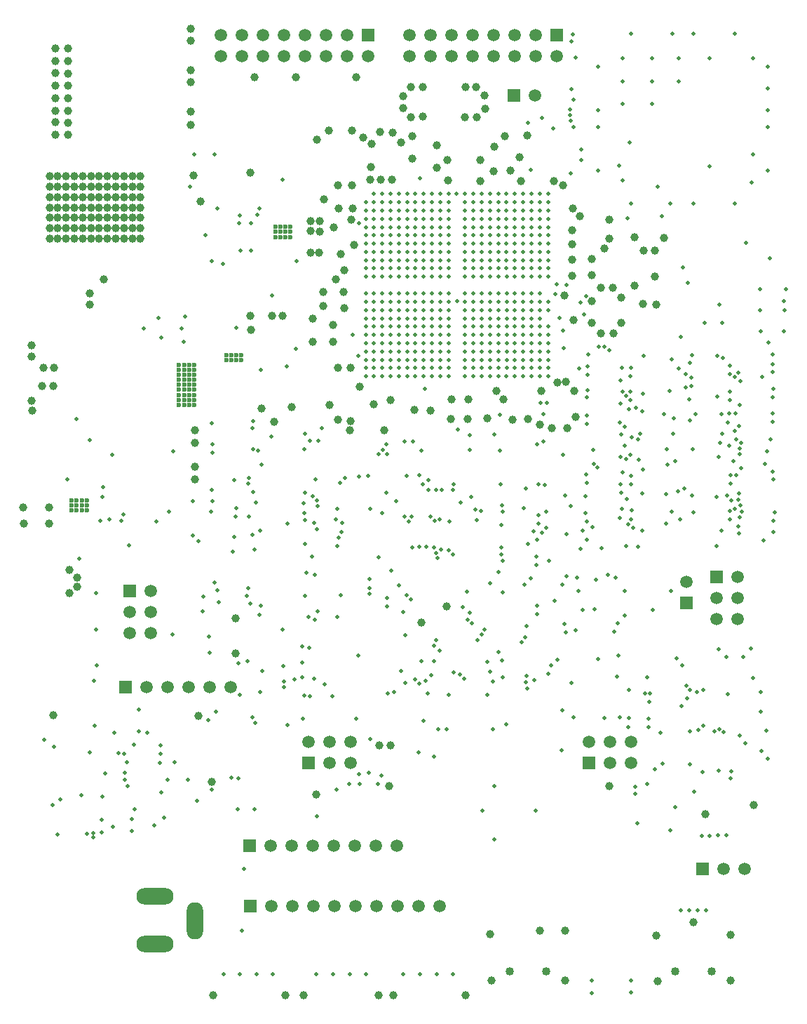
<source format=gbr>
G04 #@! TF.GenerationSoftware,KiCad,Pcbnew,5.0.0-rc2-dev-unknown-9f5316e~63~ubuntu17.10.1*
G04 #@! TF.CreationDate,2018-04-23T17:13:08+02:00*
G04 #@! TF.ProjectId,Cryptech Alpha,437279707465636820416C7068612E6B,rev?*
G04 #@! TF.SameCoordinates,Original*
G04 #@! TF.FileFunction,Copper,L5,Inr,Plane*
G04 #@! TF.FilePolarity,Positive*
%FSLAX46Y46*%
G04 Gerber Fmt 4.6, Leading zero omitted, Abs format (unit mm)*
G04 Created by KiCad (PCBNEW 5.0.0-rc2-dev-unknown-9f5316e~63~ubuntu17.10.1) date Mon Apr 23 17:13:08 2018*
%MOMM*%
%LPD*%
G01*
G04 APERTURE LIST*
%ADD10C,1.500000*%
%ADD11R,1.500000X1.500000*%
%ADD12C,1.016000*%
%ADD13O,2.000000X4.500000*%
%ADD14O,4.500000X2.000000*%
%ADD15C,0.500000*%
%ADD16C,1.000000*%
%ADD17C,0.600000*%
G04 APERTURE END LIST*
D10*
X36580000Y-6000000D03*
X54360000Y-6000000D03*
X51820000Y-6000000D03*
X49280000Y-6000000D03*
X46740000Y-6000000D03*
X44200000Y-6000000D03*
X41660000Y-6000000D03*
X39120000Y-6000000D03*
X34040000Y-6000000D03*
D11*
X31500000Y-6000000D03*
X84160740Y30530000D03*
D10*
X84160740Y33070000D03*
D12*
X67209800Y-13884000D03*
X62800000Y-13884000D03*
X82800000Y-13884000D03*
X87209800Y-13884000D03*
D10*
X29133790Y20421600D03*
X26593790Y20421600D03*
X24053790Y20421600D03*
X21513790Y20421600D03*
X18973790Y20421600D03*
D11*
X16433790Y20421600D03*
X38506390Y11252200D03*
D10*
X38506390Y13792200D03*
X41046390Y11252200D03*
X41046390Y13792200D03*
X43586390Y11252200D03*
X43586390Y13792200D03*
X77444590Y13792200D03*
X77444590Y11252200D03*
X74904590Y13792200D03*
X74904590Y11252200D03*
X72364590Y13792200D03*
D11*
X72364590Y11252200D03*
D13*
X24800000Y-7800000D03*
D14*
X20000000Y-10600000D03*
X20000000Y-4800000D03*
D10*
X65916800Y91744800D03*
D11*
X63376800Y91744800D03*
X87847000Y33705800D03*
D10*
X90387000Y33705800D03*
X87847000Y31165800D03*
X90387000Y31165800D03*
X87847000Y28625800D03*
X90387000Y28625800D03*
X91219330Y-1500000D03*
X88679330Y-1500000D03*
D11*
X86139330Y-1500000D03*
X16980000Y32015000D03*
D10*
X19520000Y32015000D03*
X16980000Y29475000D03*
X19520000Y29475000D03*
X16980000Y26935000D03*
X19520000Y26935000D03*
X49190000Y1300000D03*
D11*
X31410000Y1300000D03*
D10*
X33950000Y1300000D03*
X36490000Y1300000D03*
X39030000Y1300000D03*
X41570000Y1300000D03*
X44110000Y1300000D03*
X46650000Y1300000D03*
X50692990Y96494600D03*
X50692990Y99034600D03*
X53232990Y96494600D03*
X53232990Y99034600D03*
X55772990Y96494600D03*
X55772990Y99034600D03*
X58312990Y96494600D03*
X58312990Y99034600D03*
X60852990Y96494600D03*
X60852990Y99034600D03*
X63392990Y96494600D03*
X63392990Y99034600D03*
X65932990Y96494600D03*
X65932990Y99034600D03*
X68472990Y96494600D03*
D11*
X68472990Y99034600D03*
X45689190Y99034600D03*
D10*
X45689190Y96494600D03*
X43149190Y99034600D03*
X43149190Y96494600D03*
X40609190Y99034600D03*
X40609190Y96494600D03*
X38069190Y99034600D03*
X38069190Y96494600D03*
X35529190Y99034600D03*
X35529190Y96494600D03*
X32989190Y99034600D03*
X32989190Y96494600D03*
X30449190Y99034600D03*
X30449190Y96494600D03*
X27909190Y99034600D03*
X27909190Y96494600D03*
D15*
X84500000Y-6500000D03*
X72725000Y-16500000D03*
X83500000Y-6500000D03*
X72750000Y-15000000D03*
X85500000Y-6500000D03*
X77496220Y-14963590D03*
X86500000Y-6500000D03*
X77496220Y-16469460D03*
X66000000Y5500000D03*
D16*
X60660000Y-14963590D03*
X80500000Y-9536420D03*
X89500000Y-15000000D03*
X89487400Y-9500000D03*
X80660000Y-15067780D03*
X69488400Y-15000000D03*
X69488400Y-9000000D03*
X60500000Y-9413610D03*
X85000000Y-8000000D03*
X66500000Y-9000000D03*
X35750000Y-16750000D03*
X57500000Y-16800000D03*
X48750000Y-16750000D03*
X47000000Y-16750000D03*
X37982000Y-16750000D03*
X27000000Y-16800000D03*
D15*
X30530800Y-9000000D03*
X30750000Y-1500000D03*
X8250000Y2654120D03*
X11772170Y2692730D03*
D16*
X43593770Y52492120D03*
D15*
X84554130Y15100740D03*
X87550000Y15025000D03*
X88679330Y15000730D03*
X89125000Y19525000D03*
X12100590Y12500610D03*
X16700000Y8425000D03*
X13550000Y4400000D03*
X11125000Y7400000D03*
X88993380Y2527420D03*
X87997700Y2527420D03*
X86998520Y2477410D03*
X86000000Y2477410D03*
X53950000Y44200000D03*
X54627670Y44227160D03*
X58700000Y41823870D03*
X58827870Y40551980D03*
X47427310Y41402020D03*
X95952200Y63352200D03*
X96152200Y68401800D03*
X95952200Y67001800D03*
X96052200Y65834400D03*
X15550000Y12450000D03*
X17425000Y13425000D03*
X16275000Y12325000D03*
X13600000Y7175000D03*
X17512500Y5687500D03*
X45500000Y-14250000D03*
X41500000Y-14250000D03*
X39500000Y-14250000D03*
X43500000Y-14250000D03*
X34250000Y-14250000D03*
X30255000Y-14250000D03*
X28250000Y-14250000D03*
X32250000Y-14250000D03*
X52000000Y-14250000D03*
X56000000Y-14250000D03*
X54000000Y-14250000D03*
X50000000Y-14250000D03*
D16*
X8000000Y88514570D03*
X9500000Y88494600D03*
X9500000Y87000000D03*
X8000000Y87019970D03*
X8000000Y91439570D03*
X9500000Y91419600D03*
X9500000Y89925000D03*
X8000000Y89944970D03*
X8000000Y94439570D03*
X9500000Y94419600D03*
X9500000Y92925000D03*
X8000000Y92944970D03*
X8000000Y95944970D03*
X9500000Y95925000D03*
X9500000Y97419600D03*
X8000000Y97439570D03*
D15*
X85575000Y15200000D03*
X86229210Y15700770D03*
X50446300Y77889100D03*
X48440000Y69888100D03*
X47449000Y69888100D03*
X46433100Y69888100D03*
X58453420Y69892820D03*
X54434100Y69888100D03*
X54434100Y67889500D03*
X54434100Y66889500D03*
X54434100Y70904100D03*
X53443500Y69888100D03*
X59453420Y67884780D03*
X53443500Y66889500D03*
X53443500Y70904100D03*
X52452900Y69888100D03*
X53443500Y71894700D03*
X53443500Y65889500D03*
X54434100Y72885300D03*
X52452900Y71894700D03*
X53443500Y72885300D03*
X52452900Y65889500D03*
X53443500Y64889500D03*
X51436900Y69888100D03*
X51436900Y67889500D03*
X51436900Y70904100D03*
X54434100Y73901300D03*
X52452900Y72885300D03*
X53443500Y63889500D03*
X51436900Y65889500D03*
X50446300Y67889500D03*
X62453420Y69892820D03*
X62453420Y67884780D03*
X52452900Y63889500D03*
X50446300Y66889500D03*
X58448700Y74891900D03*
X50446300Y70904100D03*
X54434100Y74891900D03*
X52452900Y73901300D03*
X62448700Y70904100D03*
X51436900Y64889500D03*
X50446300Y71894700D03*
X50446300Y65889500D03*
X59448700Y74891900D03*
X62448700Y71894700D03*
X62453420Y65884780D03*
X51436900Y63889500D03*
X51436900Y73901300D03*
X49455700Y67889500D03*
X50446300Y72885300D03*
X52452900Y62889500D03*
X50446300Y64889500D03*
X60448700Y74891900D03*
X63453420Y69892820D03*
X62453420Y64884770D03*
X58448700Y75882500D03*
X49455700Y70904100D03*
X58453420Y61884780D03*
X63453420Y66884780D03*
X54434100Y61889500D03*
X53443500Y61889500D03*
X63448700Y71894700D03*
X63453420Y65884780D03*
X61448700Y74891900D03*
X61453430Y62884780D03*
X62453420Y63884770D03*
X50446300Y73901300D03*
X51436900Y62889500D03*
X49455700Y72885300D03*
X49455700Y64889500D03*
X60448700Y75882500D03*
X52452900Y61889500D03*
X63448700Y72885300D03*
X64453420Y69892820D03*
X57448700Y76898500D03*
X64453420Y66884780D03*
X64448700Y70904100D03*
X48439700Y66889500D03*
X58448700Y76898500D03*
X48439700Y70904100D03*
X50446300Y62889500D03*
X62448700Y74891900D03*
X62453420Y62884780D03*
X49455700Y63889500D03*
X49455700Y73901300D03*
X51436900Y75882500D03*
X64448700Y71894700D03*
X59453420Y60884780D03*
X64453420Y65884780D03*
X63453420Y63884770D03*
X48439700Y71894700D03*
X48439700Y65889500D03*
X59448700Y76898500D03*
X52452900Y60889500D03*
X64448700Y72885300D03*
X48439700Y72885300D03*
X48439700Y64889500D03*
X49455700Y74891900D03*
X49455700Y62889500D03*
X62448700Y75882500D03*
X57448700Y77889100D03*
X65453430Y69892820D03*
X65453430Y67884780D03*
X47449100Y66889500D03*
X65453430Y66884780D03*
X65448700Y70904100D03*
X61453430Y60884780D03*
X64453420Y63884770D03*
X61448700Y76898500D03*
X64448700Y73901300D03*
X47449100Y71894700D03*
X47449100Y65889500D03*
X59448700Y77889100D03*
X59453420Y59884770D03*
X49455700Y75882500D03*
X47449100Y72885300D03*
X60448700Y77889100D03*
X65448700Y72885300D03*
X60453420Y59884770D03*
X65453430Y64884770D03*
X64448700Y74891900D03*
X62453420Y60884780D03*
X48439700Y74891900D03*
X62448700Y76898500D03*
X66453420Y67884780D03*
X46433100Y67889500D03*
X57448700Y78905100D03*
X47449100Y63889500D03*
X61448700Y77889100D03*
X47449100Y73901300D03*
X58453420Y58884780D03*
X66453420Y66884780D03*
X66448700Y70904100D03*
X65453430Y63884770D03*
X65448700Y73901300D03*
X58448700Y78905100D03*
X46433100Y70904100D03*
X66448700Y71894700D03*
X66453420Y65884780D03*
X46433100Y71894700D03*
X59448700Y78905100D03*
X48439700Y75882500D03*
X63453420Y60884780D03*
X63448700Y76898500D03*
X47449100Y74891900D03*
X66448700Y72885300D03*
X65448700Y74891900D03*
X66453420Y64884770D03*
X60448700Y78905100D03*
X67453420Y69892820D03*
X45442500Y67889500D03*
X66448700Y73901300D03*
X46433100Y63889500D03*
X61448700Y78905100D03*
X46433100Y73901300D03*
X58448700Y79895700D03*
X45442500Y70904100D03*
X67448700Y70904100D03*
X64453420Y60884780D03*
X65448700Y75882500D03*
X63448700Y77889100D03*
X45442500Y71894700D03*
X67448700Y71894700D03*
X67453420Y65884780D03*
X46433100Y74891900D03*
X50446300Y78905100D03*
X46433100Y62889500D03*
X62448700Y78905100D03*
X45442500Y72885300D03*
X60448700Y79895700D03*
X64448700Y77889100D03*
X47449100Y76898500D03*
X48439700Y77889100D03*
X45442500Y73901300D03*
X67448700Y73901300D03*
X66448700Y75882500D03*
X46433100Y75882500D03*
X63448700Y78905100D03*
X67448700Y74891900D03*
X62448700Y79895700D03*
X66448700Y76898500D03*
X46433100Y60889500D03*
X64448700Y78905100D03*
X46433100Y76898500D03*
X45442500Y75882500D03*
X67448700Y75882500D03*
X45442500Y61889500D03*
X66448700Y77889100D03*
X66453420Y59884770D03*
X64448700Y79895700D03*
X45442500Y76898500D03*
X67448700Y76898500D03*
X66448700Y78905100D03*
X45442500Y78905100D03*
X67448700Y78905100D03*
X67448700Y79895700D03*
X51475000Y76875000D03*
X52450000Y76875000D03*
X63453420Y62884780D03*
X75850000Y28075000D03*
X47025000Y36050000D03*
X37750000Y23375000D03*
X24585000Y42815000D03*
X76675000Y31975000D03*
X56100000Y44900000D03*
D16*
X52125000Y28150000D03*
D15*
X65350000Y33525000D03*
X71425000Y37075000D03*
X70500000Y91250000D03*
X92207800Y84632800D03*
X79450000Y21550000D03*
X69113400Y12736600D03*
X51436900Y77889100D03*
D16*
X46125000Y85949990D03*
X40950000Y87500000D03*
X47175000Y87350000D03*
X48700000Y87325000D03*
D15*
X55450100Y75882500D03*
X57448700Y75882500D03*
X72202200Y58097800D03*
X52550000Y56400000D03*
D16*
X55225000Y30175000D03*
D15*
X57453420Y67884780D03*
X58453420Y67884780D03*
X57448700Y70904100D03*
X58453420Y66884780D03*
X55450100Y71894700D03*
X59453420Y69892820D03*
X57453420Y65884780D03*
X58448700Y71894700D03*
X59453420Y66884780D03*
X54434100Y65889500D03*
X59448700Y70904100D03*
X52452900Y67889500D03*
X57448700Y72885300D03*
X55445380Y64884770D03*
X60453420Y69892820D03*
X59453420Y65884780D03*
X52452900Y70904100D03*
X58453420Y64884770D03*
X60453420Y66884780D03*
X59448700Y72885300D03*
X60448700Y71894700D03*
X57453420Y63884770D03*
X61453430Y67884780D03*
X55450100Y73901300D03*
X61448700Y70904100D03*
X51436900Y66889500D03*
X58448700Y73901300D03*
X60453420Y64884770D03*
X59453420Y63884770D03*
X61453430Y65884780D03*
X53443500Y73901300D03*
X59448700Y73901300D03*
X57448700Y74891900D03*
X61448700Y72885300D03*
X62453420Y66884780D03*
X60448700Y73901300D03*
X53443500Y62889500D03*
X61453430Y63884770D03*
X61448700Y73901300D03*
X49455700Y69888100D03*
X57453420Y61884780D03*
X63453420Y67884780D03*
X49455700Y66889500D03*
X63448700Y70904100D03*
X49455700Y71894700D03*
X59448700Y75882500D03*
X59453420Y61884780D03*
X50446300Y63889500D03*
X62448700Y73901300D03*
X60453420Y61884780D03*
X55450100Y76898500D03*
X48439700Y67889500D03*
X54434100Y76898500D03*
X50446300Y74891900D03*
X61448700Y75882500D03*
X61453430Y61884780D03*
X63448700Y73901300D03*
X60453420Y60884780D03*
X60448700Y76898500D03*
X55450100Y77889100D03*
X50446300Y61889500D03*
X63448700Y74891900D03*
X58448700Y77889100D03*
X65453430Y65884780D03*
X63448700Y75882500D03*
X47449100Y64889500D03*
X52452900Y59889500D03*
X64453420Y62884780D03*
X55445380Y58884780D03*
X66453420Y69892820D03*
X55450100Y78905100D03*
X49455700Y60889500D03*
X64448700Y75882500D03*
X48439700Y61889500D03*
X62448700Y77889100D03*
X46433100Y72885300D03*
X45442500Y69888100D03*
X57448700Y79895700D03*
X64448700Y76898500D03*
X48439700Y76898500D03*
X47449100Y75882500D03*
X63453420Y59884770D03*
X59453420Y57884780D03*
X59448700Y79895700D03*
X67448700Y72885300D03*
X48439700Y59889500D03*
X65448700Y76898500D03*
X61448700Y79895700D03*
X49455700Y58889500D03*
X46433100Y61889500D03*
X65448700Y77889100D03*
X48439700Y78905100D03*
X67453420Y61884780D03*
X63448700Y79895700D03*
X65448700Y78905100D03*
X66453420Y58884780D03*
X65448700Y79895700D03*
X45442500Y58889500D03*
X66448700Y79895700D03*
X46431200Y78909800D03*
X56413400Y79959200D03*
D16*
X7250000Y82000000D03*
X8250000Y82000000D03*
X9250000Y82000000D03*
X10250000Y82000000D03*
X11250000Y82000000D03*
X12250000Y82000000D03*
X13250000Y82000000D03*
X14250000Y82000000D03*
X15250000Y82000000D03*
X16250000Y82000000D03*
X17250000Y82000000D03*
X18250000Y82000000D03*
X18250000Y80750000D03*
X17250000Y80750000D03*
X16250000Y80750000D03*
X15250000Y80750000D03*
X14250000Y80750000D03*
X13250000Y80750000D03*
X12250000Y80750000D03*
X11250000Y80750000D03*
X10250000Y80750000D03*
X9250000Y80750000D03*
X8250000Y80750000D03*
X7250000Y80750000D03*
X18250000Y79500000D03*
X17250000Y79500000D03*
X16250000Y79500000D03*
X15250000Y79500000D03*
X14250000Y79500000D03*
X13250000Y79500000D03*
X12250000Y79500000D03*
X11250000Y79500000D03*
X10250000Y79500000D03*
X9250000Y79500000D03*
X8250000Y79500000D03*
X7250000Y79500000D03*
X18250000Y78250000D03*
X17250000Y78250000D03*
X16250000Y78250000D03*
X15250000Y78250000D03*
X14250000Y78250000D03*
X13250000Y78250000D03*
X12250000Y78250000D03*
X11250000Y78250000D03*
X10250000Y78250000D03*
X9250000Y78250000D03*
X8250000Y78250000D03*
X7250000Y78250000D03*
X18250000Y77000000D03*
X17250000Y77000000D03*
X16250000Y77000000D03*
X15250000Y77000000D03*
X14250000Y77000000D03*
X13250000Y77000000D03*
X12250000Y77000000D03*
X11250000Y77000000D03*
X10250000Y77000000D03*
X9250000Y77000000D03*
X8250000Y77000000D03*
X7250000Y77000000D03*
X18250000Y75750000D03*
X17250000Y75750000D03*
X16250000Y75750000D03*
X15250000Y75750000D03*
X14250000Y75750000D03*
X13250000Y75750000D03*
X12250000Y75750000D03*
X11250000Y75750000D03*
X10250000Y75750000D03*
X9250000Y75750000D03*
X8250000Y75750000D03*
X7250000Y75750000D03*
X18250000Y74500000D03*
X17250000Y74500000D03*
X16250000Y74500000D03*
X15250000Y74500000D03*
X14250000Y74500000D03*
X13250000Y74500000D03*
X12250000Y74500000D03*
X11250000Y74500000D03*
X10250000Y74500000D03*
X9250000Y74500000D03*
X8250000Y74500000D03*
X7250000Y74500000D03*
X39025000Y62075000D03*
X41475000Y62025000D03*
X41050000Y54450000D03*
X51300000Y53800000D03*
X55700000Y52700000D03*
X55775000Y55075000D03*
X67950000Y51650000D03*
X69750040Y51650000D03*
X70500000Y64675000D03*
X72750000Y64300000D03*
X76325000Y64300000D03*
X73825000Y63050000D03*
X75325000Y63050000D03*
X70375000Y71950000D03*
X72750000Y72025000D03*
X80400000Y73050000D03*
X78975000Y73025000D03*
X77925000Y74700000D03*
X81450000Y74625000D03*
X70350000Y73825000D03*
X74825000Y74525000D03*
X69275000Y80925000D03*
X68125000Y81450000D03*
X62875000Y82675000D03*
X55350000Y81525000D03*
X55325000Y84000000D03*
X62200000Y86850000D03*
X61000000Y85575000D03*
X54025000Y85750000D03*
X54025000Y83050000D03*
X49725000Y86075000D03*
X52300000Y89200000D03*
X50925000Y89175000D03*
X50925000Y92800000D03*
X52300000Y92775000D03*
X49925000Y91725000D03*
X49950000Y90275000D03*
X39525000Y86450000D03*
X42075010Y80975000D03*
X42200000Y78175000D03*
X42450000Y72675000D03*
X42875000Y66100000D03*
X40350000Y66375000D03*
X38775000Y76600000D03*
X39900000Y76600000D03*
X40375000Y79200000D03*
X38775000Y72825000D03*
X39825000Y72800000D03*
X38750000Y75425000D03*
X39875000Y75375000D03*
X24275000Y99850000D03*
X24275000Y98350000D03*
X24275000Y94850000D03*
X24275000Y93350000D03*
X24275000Y89850000D03*
X24275000Y88250000D03*
X5150000Y53724980D03*
X5100000Y54900000D03*
X6400000Y56700000D03*
X7700000Y56700000D03*
X7800000Y58900000D03*
X6500000Y58900000D03*
X5100000Y61600000D03*
X5100000Y60300000D03*
X12100000Y67900000D03*
X12100000Y66500000D03*
X13800000Y69600000D03*
X32900000Y54000000D03*
X36500000Y54200000D03*
X24800000Y51400000D03*
X24800000Y49900000D03*
X24800000Y47000000D03*
X24800000Y45500000D03*
X7200000Y40150000D03*
X7200000Y42100000D03*
X4150000Y40150000D03*
X4100000Y42100000D03*
X29750000Y24450000D03*
X92300000Y6200000D03*
X86425000Y5075000D03*
X74850000Y8475000D03*
X48275000Y8500000D03*
X26850000Y8975000D03*
X7750000Y17050000D03*
X25275000Y16900000D03*
X43549990Y51350000D03*
X74300000Y73300000D03*
D15*
X94100000Y62000000D03*
X93300000Y57800000D03*
X94600000Y58400000D03*
X94600000Y55400000D03*
X94600000Y52400000D03*
X94676800Y45423200D03*
X94795600Y41495600D03*
X93500000Y38100000D03*
X79000000Y60400000D03*
X77505400Y58894600D03*
X77424400Y56024400D03*
X73556800Y61456800D03*
X72128800Y52128800D03*
X60934600Y50865400D03*
X56588800Y51511200D03*
X50147600Y50052400D03*
X39717600Y50082400D03*
X31235800Y44935800D03*
X29821800Y41978200D03*
X29550000Y38550000D03*
X29417600Y36717600D03*
X27207800Y33007800D03*
X27550000Y32050000D03*
X31123000Y31377000D03*
X32700000Y39300000D03*
X39200000Y21400000D03*
X37800000Y21600000D03*
X40470200Y20729800D03*
D16*
X48450000Y13350000D03*
D15*
X55186200Y15313800D03*
X62400000Y15951200D03*
X67529000Y21971000D03*
X68584000Y23684000D03*
X67792600Y23007400D03*
X66156600Y30243400D03*
X66038400Y35161600D03*
X66285400Y41114600D03*
X65042800Y88442800D03*
X87923600Y60326400D03*
X89416000Y59166000D03*
X89454200Y56045800D03*
X88423600Y53326400D03*
X89487400Y45987400D03*
X89398000Y40648000D03*
X88439200Y39310800D03*
X48439700Y57889500D03*
D16*
X63200000Y52650000D03*
X60100000Y52800000D03*
D15*
X72150000Y55375000D03*
X58000000Y50825000D03*
X81450000Y53375000D03*
X72007600Y41392400D03*
X87800000Y43324000D03*
X43900000Y62875000D03*
X77453780Y45852240D03*
D16*
X66478240Y52027540D03*
X65053170Y52702570D03*
D15*
X72157800Y45042200D03*
X72117400Y38182600D03*
X78810800Y39310800D03*
X84599400Y11125600D03*
X81300000Y11150000D03*
X86131400Y10168600D03*
X89525000Y9425000D03*
X88100000Y10300000D03*
X89600000Y10275000D03*
X93163400Y19813400D03*
X88032000Y24968000D03*
X89032000Y24032000D03*
X83635400Y23039600D03*
X79655400Y18619600D03*
X83546400Y18103600D03*
X79600000Y15597000D03*
X81050000Y14900000D03*
X74225000Y16700000D03*
X12875000Y27375000D03*
X13000000Y23050000D03*
X12625000Y21175000D03*
X26600000Y24550000D03*
X51816000Y12559000D03*
X36000000Y15825000D03*
X19889200Y3689200D03*
X20750000Y7697600D03*
X21500000Y9225000D03*
X20625000Y11228200D03*
X22325000Y11375000D03*
X20686390Y12336400D03*
X8564000Y6886000D03*
X13575000Y2850000D03*
X53725000Y11975000D03*
X17225000Y4500000D03*
X17170000Y3000000D03*
X12717200Y15782800D03*
X73500000Y95250000D03*
X73500000Y90000000D03*
X73500000Y88000000D03*
X73500000Y82750000D03*
X77500000Y78750000D03*
X82250000Y78750000D03*
X85000000Y78750000D03*
X90000000Y78750000D03*
X94000000Y82750000D03*
X93954600Y92647600D03*
X90000000Y99250000D03*
X85000000Y99250000D03*
X82500000Y99250000D03*
X77500000Y99250000D03*
X76500000Y96250000D03*
X80000000Y96250000D03*
X83250000Y96250000D03*
X76500000Y93500000D03*
X80000000Y93500000D03*
X83250000Y93500000D03*
X76500000Y90750000D03*
X80000000Y90750000D03*
X76500000Y81500000D03*
X87000000Y83250000D03*
X92000000Y81250000D03*
X92250000Y96250000D03*
X94000000Y95250000D03*
X94000000Y90000000D03*
X94000000Y88000000D03*
X87000000Y96250000D03*
X70250000Y92500000D03*
X70250000Y98250000D03*
X70750000Y96338800D03*
X71500000Y85250000D03*
X71500000Y84000000D03*
X27200000Y84700000D03*
X27500000Y78100000D03*
X26831200Y71831200D03*
X28194000Y71431000D03*
X26050000Y74900000D03*
D16*
X25525000Y79000000D03*
X31525000Y82500000D03*
X32000000Y94000000D03*
X37000000Y94000000D03*
X44250000Y94000000D03*
D15*
X35375000Y81625000D03*
X30169400Y76344400D03*
X31580600Y76344400D03*
X30200000Y77300000D03*
X23225000Y63625000D03*
X23617800Y65082200D03*
X14833600Y48408600D03*
X14475000Y40625000D03*
X16217800Y41232200D03*
X32350000Y77375000D03*
X51970900Y81785740D03*
X53467000Y79925800D03*
X52451000Y74887200D03*
X51460400Y71890000D03*
X45448600Y66878200D03*
X68875000Y64900000D03*
X22150000Y48850000D03*
X21680000Y41545000D03*
X20125000Y40400000D03*
X40125000Y51675000D03*
X31823000Y49123000D03*
X50000000Y29475000D03*
X53275000Y40975000D03*
X76725000Y29075000D03*
X94239400Y72110600D03*
X91325000Y74000000D03*
D16*
X48450000Y55000000D03*
D15*
X44602400Y76352400D03*
D16*
X42875000Y70675000D03*
D15*
X68300000Y67775000D03*
D16*
X35400000Y65200000D03*
X31500000Y65200000D03*
X34100000Y65200000D03*
X31550000Y63475000D03*
X70800000Y53025000D03*
D15*
X35925000Y59100000D03*
D16*
X34425000Y52400000D03*
X42100000Y52675000D03*
D15*
X32600000Y29100000D03*
X44550000Y24225000D03*
X80125000Y29750000D03*
X82346800Y32003200D03*
X68264800Y30810200D03*
X71100000Y31975000D03*
X71625000Y29750000D03*
X73050000Y29800000D03*
D16*
X43725000Y76800000D03*
D15*
X70225000Y88750000D03*
X70144800Y89419800D03*
X70125000Y90075000D03*
X70225000Y82350000D03*
X15900780Y40426970D03*
D16*
X24617800Y82092800D03*
D15*
X67550000Y35675000D03*
X77503780Y40626980D03*
X78850000Y43750000D03*
X37875000Y16575000D03*
X42375000Y45025000D03*
X10850000Y35875000D03*
X16579200Y11375000D03*
X80350000Y10525000D03*
X85104150Y7750380D03*
X21076030Y4675230D03*
X25051220Y6675330D03*
X88135400Y15286200D03*
X84135120Y20567680D03*
D17*
X11745800Y41747200D03*
X11745800Y42347200D03*
X11745800Y42947200D03*
X11145800Y42947200D03*
X11145800Y42347200D03*
X11145800Y41747200D03*
X9945800Y41747200D03*
X9945800Y42347200D03*
X9945800Y42947200D03*
X10545800Y42947190D03*
X10545800Y42347190D03*
X10545800Y41747200D03*
X35758400Y75905600D03*
X35758400Y75305610D03*
X35758400Y74705610D03*
X36358400Y74705600D03*
X36358400Y75305600D03*
X36358400Y75905600D03*
X35158400Y75905600D03*
X35158400Y75305600D03*
X35158400Y74705600D03*
X34558400Y74705600D03*
X34558400Y75305600D03*
X34558400Y75905600D03*
X23509200Y54455200D03*
X23509200Y55055200D03*
X23509200Y55655200D03*
X22909200Y55655200D03*
X22909200Y55055200D03*
X22909200Y54455200D03*
X24109200Y54455210D03*
X24109200Y55055200D03*
X24109200Y55655200D03*
X24709200Y55655200D03*
X24709200Y55055200D03*
X24709200Y54455200D03*
X23509200Y56255200D03*
X23509200Y56855200D03*
X23509200Y57455200D03*
X22909200Y57455200D03*
X22909200Y56855200D03*
X22909200Y56255200D03*
X24109200Y56255210D03*
X24109200Y56855200D03*
X24109200Y57455200D03*
X24709200Y57455200D03*
X24709200Y56855200D03*
X24709200Y56255200D03*
X29234200Y59830200D03*
X29234200Y60430200D03*
X28634200Y60430200D03*
X28634200Y59830200D03*
X29834200Y59830200D03*
X29834200Y60430200D03*
X30434200Y60430200D03*
X30434200Y59830200D03*
X24709200Y58055210D03*
X24709200Y58655200D03*
X24709200Y59255200D03*
X24109200Y59255200D03*
X24109200Y58655200D03*
X24109200Y58055210D03*
X22909200Y58055210D03*
X22909200Y58655200D03*
X22909200Y59255200D03*
X23509200Y59255200D03*
X23509200Y58655200D03*
X23509200Y58055200D03*
D15*
X61000000Y8475000D03*
X61000000Y2000000D03*
X59500000Y5500000D03*
X48500000Y34425000D03*
X55550000Y40375000D03*
X45925000Y33475000D03*
X37982000Y42621260D03*
X66313640Y44843000D03*
X46000000Y41875000D03*
X67250000Y41600000D03*
X48002340Y31126520D03*
X64800000Y44350000D03*
X61975000Y35600000D03*
X61725000Y44875000D03*
X42025000Y37425000D03*
X61850000Y37250000D03*
X45975000Y14125000D03*
X41900000Y8075000D03*
X47352310Y9725470D03*
X46925000Y8700000D03*
X45800000Y10100000D03*
X44727180Y8725430D03*
X43450000Y8750000D03*
X44625000Y9925000D03*
X53925000Y36600000D03*
X54125000Y35950000D03*
X50427460Y31451530D03*
X50925000Y31000000D03*
X52675000Y21200000D03*
X56050000Y22150000D03*
X56825000Y21925000D03*
X57300000Y21400000D03*
X58175000Y43325000D03*
X56875000Y42700000D03*
X54402650Y40626980D03*
X53752660Y40497330D03*
X47449100Y78905100D03*
X50975000Y41000000D03*
X39025000Y43400000D03*
X47449100Y79895700D03*
X38126860Y43852140D03*
X47902340Y43877140D03*
X49455700Y79895700D03*
X39575000Y42900000D03*
X50152450Y41002000D03*
X48439700Y79895700D03*
X50650000Y40400000D03*
X39650000Y42225000D03*
X24000000Y9200000D03*
X30276480Y19475950D03*
X38650000Y25150000D03*
X45925000Y31650000D03*
X30026470Y9425460D03*
X56000000Y36425000D03*
X37800000Y25325000D03*
X45900000Y32375000D03*
X29238280Y9450000D03*
X55500000Y36950000D03*
X55452710Y19425950D03*
X44250000Y16550000D03*
X57975000Y29350000D03*
X26876310Y8025390D03*
X69175000Y32800000D03*
X57777820Y28551390D03*
X76125000Y16750000D03*
X51925000Y37300000D03*
X41400000Y19300000D03*
X48439700Y60889500D03*
X76050000Y83275000D03*
X56450000Y66925000D03*
X50446300Y59889500D03*
X90000000Y51300000D03*
X35400000Y27300000D03*
X72900000Y49000000D03*
X51436900Y57889500D03*
X90500000Y51900000D03*
X76700000Y51800000D03*
X39300000Y28500000D03*
X51436900Y58889500D03*
X76100000Y52300000D03*
X38500000Y28900000D03*
X89150000Y52350000D03*
X84625000Y52575000D03*
X51436900Y59889500D03*
X78103810Y54077640D03*
X32800000Y30200000D03*
X50446300Y57889500D03*
X38100000Y31400000D03*
X82654030Y52852580D03*
X77228770Y53902630D03*
X54434100Y58889500D03*
X39600000Y29500000D03*
X88504320Y50952490D03*
X78603840Y50952490D03*
X78290380Y50290380D03*
X90200000Y50300000D03*
X54434100Y57889500D03*
X45700000Y45900000D03*
X47900000Y49700000D03*
X52452900Y58889500D03*
X77600000Y50500000D03*
X88225000Y49875000D03*
X47000000Y48500000D03*
X52452900Y57889500D03*
X89300000Y49500000D03*
X76253790Y50864570D03*
X47499900Y48999900D03*
X54434100Y59889500D03*
X84925000Y49125000D03*
X81825000Y49075000D03*
X48000000Y48500000D03*
X53443500Y58889500D03*
X82554030Y50952490D03*
X69275000Y48425000D03*
X90600000Y49200000D03*
X53443500Y59889500D03*
X42925000Y45600000D03*
X77425000Y48400000D03*
X58453420Y57884780D03*
X89800000Y47700000D03*
X81850000Y47225000D03*
X61450000Y34300000D03*
X66453420Y61884780D03*
X64625000Y32800000D03*
X76700000Y49500000D03*
X55445380Y57884780D03*
X90799820Y49899900D03*
X60450000Y32950000D03*
X60453420Y57884780D03*
X94300000Y50300000D03*
X78903850Y46677280D03*
X61975000Y31828260D03*
X59453420Y58884780D03*
X61900000Y42300000D03*
X60453420Y58884780D03*
X62000000Y41600000D03*
X61453430Y59884770D03*
X64553150Y42025000D03*
X46433100Y57889500D03*
X35600000Y20400000D03*
X45442500Y57889500D03*
X35600000Y21100000D03*
X36800000Y21300000D03*
X47449100Y57889500D03*
X46433100Y59889500D03*
X35500000Y22900000D03*
X45442500Y59889500D03*
X32700000Y19800000D03*
X48900000Y19800000D03*
X49455700Y57889500D03*
X48439700Y58889500D03*
X48100000Y19650000D03*
X57453420Y60884780D03*
X59350000Y41625000D03*
X61453430Y57884780D03*
X61825000Y39975000D03*
X90425000Y39775000D03*
X77100000Y40075000D03*
X62375000Y57875000D03*
X76150000Y40800000D03*
X65675000Y39200000D03*
X90625000Y40875000D03*
X90879430Y41527030D03*
X67453420Y62884780D03*
X76400000Y41900000D03*
X59475000Y26725000D03*
X66453420Y62884780D03*
X90675000Y42300000D03*
X71675000Y39275000D03*
X58900000Y26050000D03*
X57453420Y57884780D03*
X90425000Y43000000D03*
X76953760Y43102100D03*
X55975000Y44200000D03*
X57440220Y58884780D03*
X53025000Y44200000D03*
X90525000Y43725000D03*
X76325000Y43875000D03*
X57453420Y59884770D03*
X50377460Y45877240D03*
X83175000Y44050000D03*
X55445380Y59884770D03*
X52150000Y48900000D03*
X83950000Y44325000D03*
X49455700Y59889500D03*
X51875000Y45950000D03*
X84850000Y43475000D03*
X46433100Y58889500D03*
X52300000Y44900000D03*
X89054350Y43475000D03*
X69525000Y43475000D03*
X47449100Y60889500D03*
X52975000Y45400000D03*
X81711360Y43656990D03*
X89600000Y42900000D03*
X52452900Y66889500D03*
X90025000Y41925000D03*
X82400000Y41600000D03*
X47449100Y62889500D03*
X76250000Y44850000D03*
X83375000Y40650000D03*
X67453420Y58884780D03*
X85000000Y41450000D03*
X67025000Y44750000D03*
X67453420Y57884780D03*
X81750000Y40100000D03*
X66453420Y57884780D03*
X90500000Y38900000D03*
X77725000Y39625000D03*
X76900000Y37425000D03*
X65453430Y57884780D03*
X90575000Y54450000D03*
X76200000Y54575000D03*
X65453430Y59884770D03*
X84475000Y55075000D03*
X66900000Y50025000D03*
X65453430Y58884780D03*
X84075000Y56550000D03*
X66128230Y49652420D03*
X63453420Y58884780D03*
X84754140Y56752770D03*
X67353290Y54652670D03*
X90725000Y57325000D03*
X63449880Y57874880D03*
X76250000Y57425000D03*
X66875000Y53375000D03*
X76400000Y58925000D03*
X64900000Y21769670D03*
X90404410Y58327850D03*
X64453420Y59884770D03*
X69375000Y61325000D03*
X64775000Y20975000D03*
X84575000Y59500000D03*
X71175000Y58850000D03*
X64453420Y58884780D03*
X84879140Y60477950D03*
X64453420Y61884780D03*
X62003030Y21576050D03*
X82375000Y59900000D03*
X88600000Y60075000D03*
X74300000Y61425000D03*
X58453420Y60884780D03*
X61925000Y23600000D03*
X83225000Y58875000D03*
X60825000Y21075000D03*
X64453420Y64884770D03*
X83525000Y62675000D03*
X60500000Y22300000D03*
X84100000Y58200000D03*
X74875000Y61050000D03*
X55445380Y60884780D03*
X90000000Y57807000D03*
X60125000Y23425000D03*
X53443500Y60889500D03*
X84750000Y57725010D03*
X86400000Y64325000D03*
X47449100Y61889500D03*
X82175000Y56100000D03*
X84350000Y69125000D03*
X32068820Y16075000D03*
X49455700Y61889500D03*
X78900000Y55800000D03*
X88450000Y64375000D03*
X31728800Y16775000D03*
X31175000Y23525000D03*
X46433100Y64889500D03*
X76875000Y55525000D03*
X87900000Y55425000D03*
X76428730Y56027730D03*
X30050000Y23275000D03*
X46433100Y65889500D03*
X90100000Y53450000D03*
X93675000Y47300000D03*
X76471760Y46265120D03*
X52200000Y23550000D03*
X90137400Y45987410D03*
X78450000Y47850000D03*
X53725000Y23550000D03*
X85279160Y53302600D03*
X69700000Y38825000D03*
X53700000Y25400000D03*
X78875000Y53650000D03*
X89325000Y53450000D03*
X53900000Y26100000D03*
X63453420Y61884780D03*
X57200000Y30075000D03*
X50446300Y60889500D03*
X51436900Y60889500D03*
X62453420Y59884770D03*
X66575000Y54675000D03*
X57700000Y31950000D03*
X66175000Y38200000D03*
X62453420Y58884780D03*
X61653010Y53252600D03*
X64950000Y20225000D03*
X66725000Y39050000D03*
X72950000Y47350000D03*
X42150000Y38425000D03*
X64875000Y27800000D03*
X53350000Y21800000D03*
X88054300Y48177350D03*
X76900000Y47950000D03*
X71950000Y43425000D03*
X82825000Y47700000D03*
X67225000Y39650000D03*
X51377510Y21301040D03*
X93885400Y48810400D03*
X78300000Y37325000D03*
X54350000Y24800000D03*
X38975000Y36175000D03*
X38125000Y37650000D03*
X49750000Y22375000D03*
X70228430Y42252060D03*
X76228260Y48175000D03*
X90575000Y48525000D03*
X44625000Y45775000D03*
X73450000Y46875000D03*
X90775000Y46775000D03*
X48439700Y63889500D03*
X25800000Y31300000D03*
X25775000Y29575000D03*
X45442500Y64889500D03*
X45442500Y65889500D03*
X55441360Y69896840D03*
X57448700Y73901300D03*
X22100000Y26750000D03*
X78275000Y4000000D03*
X50250000Y20900000D03*
X26900000Y48675000D03*
X39400000Y45425000D03*
X49455700Y78905100D03*
X70450000Y99125000D03*
X50446300Y76898500D03*
X65400000Y82800000D03*
X53443500Y75882500D03*
X54434100Y75882500D03*
X55448200Y79959200D03*
X54457600Y79959200D03*
X54434100Y77889100D03*
X54434100Y78905100D03*
X52452900Y79895700D03*
X52452900Y78905100D03*
X51436900Y79895700D03*
X52452900Y77889100D03*
X51436900Y78905100D03*
X53443500Y76898500D03*
X49455700Y77889100D03*
X46433100Y79895700D03*
X47449100Y77889100D03*
X45442500Y77889100D03*
X65453430Y62884780D03*
X69225000Y63425000D03*
X67453420Y63884770D03*
X45442500Y60889500D03*
X49075000Y42875000D03*
X77950000Y8400000D03*
X47449100Y58889500D03*
X51900000Y20850000D03*
X77975000Y7550000D03*
X55445380Y62884780D03*
X71409770Y66809780D03*
X88175000Y66575000D03*
X53443500Y74891900D03*
X65024990Y37656640D03*
X51436900Y74891900D03*
X61850000Y36375000D03*
X50446300Y75882500D03*
X52950000Y19675000D03*
X53443500Y77889100D03*
X52450000Y16375000D03*
X55445380Y61884780D03*
X71775000Y65350000D03*
X54434100Y64889500D03*
X68475000Y68975000D03*
X54434100Y62889500D03*
X72050000Y67575000D03*
X54434100Y63889500D03*
X69675000Y68889000D03*
X57453420Y62884780D03*
X58453420Y62884780D03*
X59453420Y62884780D03*
X55445380Y66884780D03*
X32900000Y47275000D03*
X42025000Y41900000D03*
X38275000Y34225000D03*
X41850000Y40650000D03*
X39275000Y33925000D03*
X42500000Y39150000D03*
X36000000Y40100000D03*
X39525000Y39475000D03*
X42575000Y40175000D03*
X49475000Y32650000D03*
X26475000Y26525000D03*
X55450100Y70904100D03*
X58448700Y70904100D03*
X55445380Y65884780D03*
X55450100Y72885300D03*
X57453420Y64884770D03*
X55424700Y67889500D03*
D16*
X47250000Y81625000D03*
X48650000Y81625000D03*
X46075000Y83150000D03*
X44000000Y73725000D03*
X51100000Y84125000D03*
X51100000Y86825000D03*
X46025000Y81650000D03*
X57802820Y55102690D03*
D15*
X57453420Y69892820D03*
X57453420Y66884780D03*
X57448700Y71894700D03*
X58453420Y65884780D03*
X60453420Y67884780D03*
X59448700Y71894700D03*
X58448700Y72885300D03*
X60448700Y70904100D03*
X59453420Y64884770D03*
X60453420Y65884780D03*
X61453430Y69892820D03*
X58453420Y63884770D03*
X61453430Y66884780D03*
X60448700Y72885300D03*
X61448700Y71894700D03*
X60453420Y63884770D03*
X61453430Y64884770D03*
D16*
X41825000Y69600000D03*
X40350000Y68100000D03*
X42800000Y68100000D03*
X43600000Y58924980D03*
X44675000Y56600000D03*
X57750000Y52725000D03*
X61225000Y56125000D03*
X75250000Y68550000D03*
X73875000Y68550000D03*
X76275000Y67375000D03*
X69425000Y67675000D03*
X77900000Y68825000D03*
X78900000Y66600000D03*
X80500000Y66575000D03*
X80350000Y69900000D03*
X70375000Y69975000D03*
X60900000Y82650000D03*
X59300000Y81450000D03*
X59275000Y84025000D03*
X57475000Y92825000D03*
X58800000Y92825000D03*
X59825000Y91775000D03*
X59850000Y90200000D03*
X57425000Y89175000D03*
X58850000Y89150000D03*
X72725000Y66950000D03*
X42050000Y58924980D03*
X72753550Y70078420D03*
D15*
X15050000Y14900000D03*
X38050000Y41400000D03*
X24575000Y38700000D03*
X32476580Y48952390D03*
X85400000Y19775000D03*
X86225000Y20075000D03*
X84600000Y20050000D03*
X93108400Y17433400D03*
X64653150Y26376290D03*
X90600000Y14525000D03*
X93800000Y15125000D03*
X64279110Y25785200D03*
X92250000Y21500000D03*
X93218000Y12718000D03*
X93968000Y11782000D03*
X91968000Y25032000D03*
X91032000Y24032000D03*
X83006000Y23844000D03*
X79725000Y19619600D03*
X79578000Y16597000D03*
X30000000Y5675000D03*
X32000000Y5625000D03*
X79171560Y19622870D03*
X84229700Y19084940D03*
X77173070Y15605840D03*
X38100000Y40550000D03*
X25275000Y37975000D03*
X39225000Y40200000D03*
X18025000Y17650000D03*
X6571600Y14071600D03*
X7773400Y13176600D03*
X7621000Y6204000D03*
X12500000Y2800000D03*
X19069200Y14919200D03*
X27351200Y17426200D03*
X14940800Y3590800D03*
X26450000Y16400000D03*
X20638600Y13336400D03*
X39550000Y4800000D03*
X12516240Y2253300D03*
D16*
X39425000Y7402400D03*
D15*
X31825000Y52450000D03*
X31750000Y51625000D03*
X38050000Y49123000D03*
X34075000Y50600000D03*
X69575000Y27000000D03*
X58275000Y28129350D03*
X70525000Y16775000D03*
X87847000Y37378000D03*
X52775000Y37300000D03*
X53700000Y37275000D03*
X69175000Y17575000D03*
X75750000Y21675000D03*
X77200000Y20100000D03*
X77250000Y16700000D03*
X51050000Y37275000D03*
X69425000Y28025000D03*
X59825000Y27350000D03*
X70300000Y20875000D03*
X54527660Y36951800D03*
X69675000Y33775000D03*
X70925000Y33625000D03*
X66453420Y60884780D03*
X67453420Y59884770D03*
X70775000Y27225000D03*
X67453420Y60884780D03*
X74725000Y33925000D03*
X65453430Y61884780D03*
X73225000Y33325000D03*
X75475000Y27050000D03*
X73538600Y23825000D03*
X75600000Y33625000D03*
X73950000Y37175000D03*
X75996800Y24175000D03*
X29802200Y63725000D03*
X32750000Y58650000D03*
X16825000Y37525000D03*
X82200000Y3150000D03*
X24250000Y80750000D03*
X32975000Y22325000D03*
X45442500Y62889500D03*
X32000000Y37000000D03*
X30300000Y73075000D03*
X10498200Y52700000D03*
X23436600Y62069330D03*
X13610600Y43360600D03*
X70500000Y88000000D03*
X24700000Y84700000D03*
X31600000Y73100000D03*
X20750000Y62575000D03*
X13698400Y44551600D03*
X26825000Y44225000D03*
X26950000Y42800000D03*
X26801310Y41552030D03*
X42400000Y31500000D03*
X27700000Y30675000D03*
X60125000Y19500000D03*
X61450000Y24600000D03*
X16375000Y9250000D03*
X16375000Y10050000D03*
X82797720Y5925000D03*
X13950000Y9950000D03*
X37125000Y71750000D03*
X18675000Y63625000D03*
X20450000Y64900000D03*
X12090000Y50165000D03*
X13425000Y40450000D03*
X9425000Y45425000D03*
X32575000Y78100000D03*
D16*
X43750000Y87525000D03*
X45125000Y86700080D03*
D15*
X50446300Y79895700D03*
D16*
X62075000Y55075000D03*
D15*
X53443500Y67889500D03*
X54434100Y71894700D03*
X55445380Y63884770D03*
X52452900Y64889500D03*
X50446300Y69888100D03*
X55450100Y74891900D03*
X51436900Y72885300D03*
X62448700Y72885300D03*
X60453420Y62884780D03*
X49455700Y65889500D03*
X52452900Y75882500D03*
X63453420Y64884770D03*
X64453420Y67884780D03*
X51436900Y61889500D03*
X62453420Y61884780D03*
X47449100Y70904100D03*
X58453420Y59884770D03*
X48439700Y73901300D03*
X65448700Y71894700D03*
X48439700Y62889500D03*
X46433100Y66889500D03*
X53443500Y78905100D03*
X49455700Y76898500D03*
X61453430Y58884780D03*
X66453420Y63884770D03*
X67453420Y66884780D03*
X53443500Y57889500D03*
X50446300Y58889500D03*
X66448700Y74891900D03*
X65453430Y60884780D03*
X45442500Y63889500D03*
X45442500Y74891900D03*
X47449100Y59889500D03*
X46433100Y77889100D03*
X64453420Y57884780D03*
X67448700Y77889100D03*
D16*
X41500000Y64075000D03*
X53300000Y53725000D03*
X68550000Y57175000D03*
X66600000Y56100000D03*
X71275000Y77225000D03*
X74875000Y76800000D03*
X64175000Y81475000D03*
X64950000Y86925000D03*
X64025000Y84325000D03*
X43800000Y80975000D03*
X43825000Y78175000D03*
X41600000Y75825000D03*
X9625000Y34575000D03*
X10575000Y33600000D03*
X10625000Y32525000D03*
X9650000Y31725000D03*
X29725000Y28700000D03*
X47650000Y51350000D03*
X70400000Y75500000D03*
D15*
X94600000Y60500000D03*
X94600000Y59377200D03*
X94700000Y56400000D03*
X94600000Y53400000D03*
X94600000Y46400000D03*
X94695600Y40495600D03*
X94692000Y39108000D03*
X77405400Y57894600D03*
X77375600Y55024400D03*
X72202200Y59097800D03*
X72300000Y60500000D03*
X72200000Y56200000D03*
X72128800Y53128800D03*
X51147600Y50052400D03*
X31335800Y45635800D03*
X31321800Y40978200D03*
X29721800Y40978200D03*
X31223000Y32377000D03*
X38000000Y19400000D03*
X38700000Y19300000D03*
D16*
X47050000Y13350000D03*
D15*
X54186200Y15286200D03*
X60841000Y15341000D03*
X66156600Y29243400D03*
X66061600Y36161600D03*
X66285400Y40114600D03*
X68080000Y87820000D03*
X66700400Y89099600D03*
X89416000Y58166000D03*
X89454200Y55045800D03*
X89487400Y44987400D03*
D16*
X70600000Y56124990D03*
X69625000Y57250000D03*
X46425000Y54550000D03*
D15*
X54434100Y60889500D03*
X57975000Y49025000D03*
X61675000Y48950000D03*
X38717600Y50082400D03*
X72107600Y40392400D03*
X72825000Y39700000D03*
X77453780Y44852190D03*
X89379360Y41627030D03*
X72042200Y46042200D03*
X91291800Y13633200D03*
X12850000Y31750000D03*
X18009600Y15059600D03*
X80695800Y80725000D03*
X47455200Y67894200D03*
X38075000Y50975000D03*
X26838600Y52211400D03*
X26940200Y49734800D03*
X42025000Y28825000D03*
X93052200Y68402200D03*
X93052200Y65827200D03*
X93127200Y63327200D03*
X79400000Y8700000D03*
X83704080Y71053470D03*
X44552170Y60377950D03*
D16*
X39000000Y64825000D03*
D15*
X36975000Y61225000D03*
X34150000Y67650000D03*
X31850000Y43975000D03*
X32175000Y42675000D03*
X31726550Y38751890D03*
X31500000Y30500000D03*
X48050000Y30175000D03*
X50225000Y26675000D03*
X29595000Y45355000D03*
X65800000Y21275000D03*
X77572600Y41727400D03*
X77290800Y86090800D03*
D16*
X70450000Y78175000D03*
D15*
X77048600Y76920600D03*
X81207400Y77225000D03*
M02*

</source>
